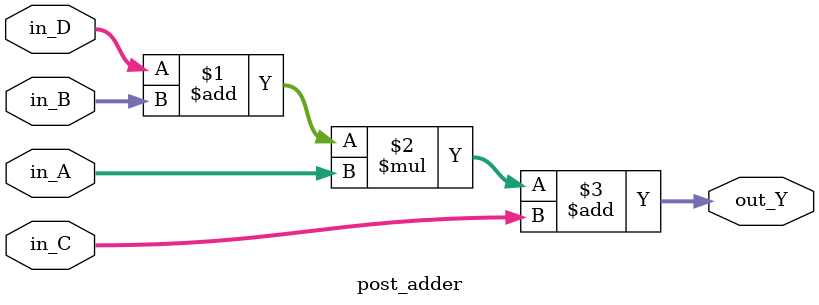
<source format=v>
/*
ISC License

Copyright (C) 2024 Microchip Technology Inc. and its subsidiaries

Permission to use, copy, modify, and/or distribute this software for any
purpose with or without fee is hereby granted, provided that the above
copyright notice and this permission notice appear in all copies.

THE SOFTWARE IS PROVIDED "AS IS" AND THE AUTHOR DISCLAIMS ALL WARRANTIES
WITH REGARD TO THIS SOFTWARE INCLUDING ALL IMPLIED WARRANTIES OF
MERCHANTABILITY AND FITNESS. IN NO EVENT SHALL THE AUTHOR BE LIABLE FOR
ANY SPECIAL, DIRECT, INDIRECT, OR CONSEQUENTIAL DAMAGES OR ANY DAMAGES
WHATSOEVER RESULTING FROM LOSS OF USE, DATA OR PROFITS, WHETHER IN AN
ACTION OF CONTRACT, NEGLIGENCE OR OTHER TORTIOUS ACTION, ARISING OUT OF
OR IN CONNECTION WITH THE USE OR PERFORMANCE OF THIS SOFTWARE.
*/

module post_adder(
	input signed [5:0] in_A,
	input signed [4:0] in_B,
	input signed [4:0] in_D,
	input signed [11:0] in_C,

	output [12:0] out_Y
);

assign out_Y = (in_D + in_B) * in_A + in_C;



endmodule
</source>
